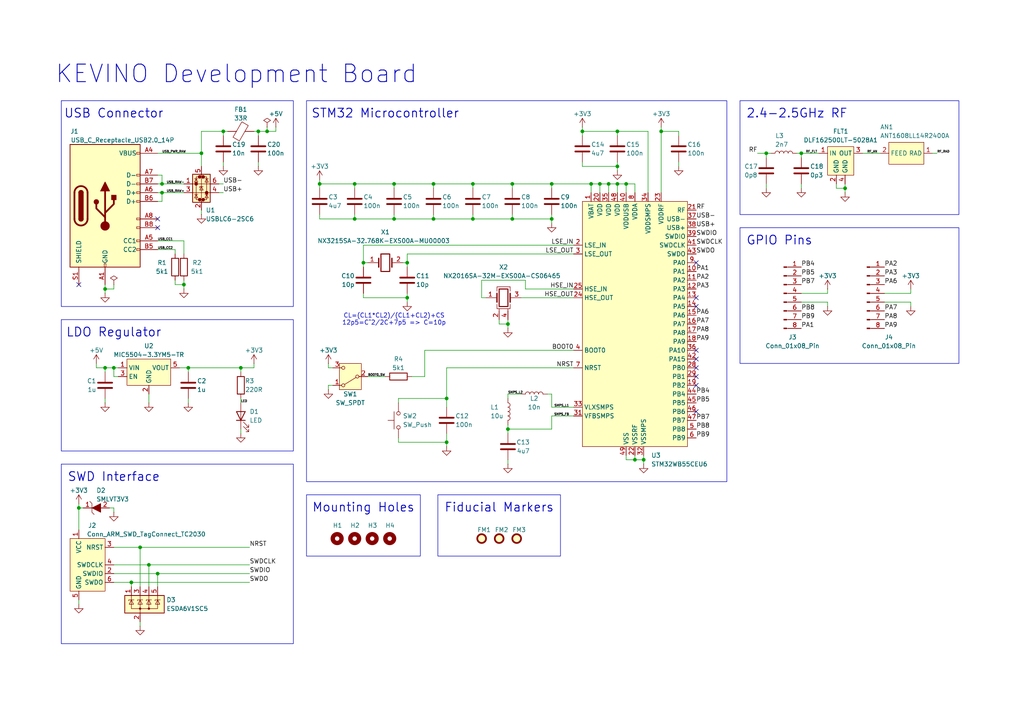
<source format=kicad_sch>
(kicad_sch (version 20231120) (generator "eeschema") (generator_version "8.0")
  (paper "A4")
  (title_block (title "KEVINO") (date "2024-08-15") (rev "0.1"))
  (junction (at 33.02 106.68))
  (junction (at 125.73 53.34))
  (junction (at 38.1 168.91))
  (junction (at 181.61 53.34))
  (junction (at 114.3 53.34))
  (junction (at 40.64 158.75))
  (junction (at 114.3 63.5))
  (junction (at 160.02 63.5))
  (junction (at 43.18 163.83))
  (junction (at 137.16 63.5))
  (junction (at 222.25 44.45))
  (junction (at 64.77 38.1))
  (junction (at 22.86 147.32))
  (junction (at 74.93 38.1))
  (junction (at 148.59 63.5))
  (junction (at 118.11 76.2))
  (junction (at 46.99 53.34))
  (junction (at 58.42 44.45))
  (junction (at 173.99 53.34))
  (junction (at 168.91 38.1))
  (junction (at 102.87 63.5))
  (junction (at 53.34 82.55))
  (junction (at 179.07 53.34))
  (junction (at 102.87 53.34))
  (junction (at 232.41 44.45))
  (junction (at 92.71 53.34))
  (junction (at 160.02 53.34))
  (junction (at 118.11 86.36))
  (junction (at 147.32 124.46))
  (junction (at 245.11 54.61))
  (junction (at 179.07 48.26))
  (junction (at 186.69 133.35))
  (junction (at 191.77 38.1))
  (junction (at 30.48 106.68))
  (junction (at 137.16 53.34))
  (junction (at 30.48 83.82))
  (junction (at 148.59 53.34))
  (junction (at 171.45 53.34))
  (junction (at 69.85 106.68))
  (junction (at 46.99 55.88))
  (junction (at 147.32 93.98))
  (junction (at 45.72 166.37))
  (junction (at 179.07 38.1))
  (junction (at 77.47 38.1))
  (junction (at 184.15 133.35))
  (junction (at 105.41 76.2))
  (junction (at 54.61 106.68))
  (junction (at 129.54 128.27))
  (junction (at 176.53 53.34))
  (junction (at 129.54 115.57))
  (junction (at 125.73 63.5))
  (no_connect (at 201.93 88.9))
  (no_connect (at 201.93 104.14))
  (no_connect (at 201.93 101.6))
  (no_connect (at 201.93 106.68))
  (no_connect (at 201.93 109.22))
  (no_connect (at 45.72 63.5))
  (no_connect (at 45.72 66.04))
  (no_connect (at 201.93 119.38))
  (no_connect (at 201.93 111.76))
  (no_connect (at 22.86 82.55))
  (no_connect (at 201.93 76.2))
  (no_connect (at 201.93 86.36))
  (wire (pts (xy 171.45 53.34) (xy 171.45 55.88)))
  (wire (pts (xy 196.85 38.1) (xy 196.85 39.37)))
  (wire (pts (xy 139.7 86.36) (xy 139.7 81.28)))
  (wire (pts (xy 147.32 124.46) (xy 147.32 125.73)))
  (wire (pts (xy 222.25 44.45) (xy 223.52 44.45)))
  (wire (pts (xy 69.85 106.68) (xy 73.66 106.68)))
  (wire (pts (xy 33.02 83.82) (xy 30.48 83.82)))
  (wire (pts (xy 186.69 132.08) (xy 186.69 133.35)))
  (wire (pts (xy 176.53 53.34) (xy 176.53 55.88)))
  (wire (pts (xy 191.77 38.1) (xy 191.77 55.88)))
  (wire (pts (xy 43.18 114.3) (xy 43.18 116.84)))
  (wire (pts (xy 148.59 63.5) (xy 160.02 63.5)))
  (wire (pts (xy 30.48 107.95) (xy 30.48 106.68)))
  (wire (pts (xy 92.71 63.5) (xy 102.87 63.5)))
  (wire (pts (xy 179.07 46.99) (xy 179.07 48.26)))
  (wire (pts (xy 129.54 115.57) (xy 129.54 118.11)))
  (wire (pts (xy 160.02 118.11) (xy 166.37 118.11)))
  (wire (pts (xy 69.85 106.68) (xy 69.85 107.95)))
  (wire (pts (xy 95.25 106.68) (xy 95.25 105.41)))
  (wire (pts (xy 240.03 85.09) (xy 232.41 85.09)))
  (wire (pts (xy 148.59 53.34) (xy 160.02 53.34)))
  (wire (pts (xy 33.02 106.68) (xy 34.29 106.68)))
  (wire (pts (xy 27.94 105.41) (xy 27.94 106.68)))
  (wire (pts (xy 118.11 73.66) (xy 118.11 76.2)))
  (wire (pts (xy 115.57 115.57) (xy 115.57 116.84)))
  (wire (pts (xy 245.11 53.34) (xy 245.11 54.61)))
  (wire (pts (xy 58.42 48.26) (xy 58.42 44.45)))
  (wire (pts (xy 27.94 106.68) (xy 30.48 106.68)))
  (wire (pts (xy 53.34 82.55) (xy 53.34 83.82)))
  (wire (pts (xy 173.99 53.34) (xy 171.45 53.34)))
  (wire (pts (xy 160.02 63.5) (xy 160.02 64.77)))
  (wire (pts (xy 40.64 180.34) (xy 40.64 181.61)))
  (wire (pts (xy 38.1 168.91) (xy 38.1 170.18)))
  (wire (pts (xy 125.73 53.34) (xy 125.73 54.61)))
  (wire (pts (xy 173.99 53.34) (xy 173.99 55.88)))
  (wire (pts (xy 139.7 81.28) (xy 152.4 81.28)))
  (wire (pts (xy 43.18 163.83) (xy 43.18 170.18)))
  (wire (pts (xy 191.77 38.1) (xy 196.85 38.1)))
  (wire (pts (xy 179.07 49.53) (xy 179.07 48.26)))
  (wire (pts (xy 54.61 106.68) (xy 52.07 106.68)))
  (wire (pts (xy 50.8 82.55) (xy 53.34 82.55)))
  (wire (pts (xy 40.64 158.75) (xy 72.39 158.75)))
  (wire (pts (xy 114.3 53.34) (xy 114.3 54.61)))
  (wire (pts (xy 147.32 93.98) (xy 147.32 95.25)))
  (wire (pts (xy 264.16 83.82) (xy 264.16 85.09)))
  (wire (pts (xy 102.87 53.34) (xy 102.87 54.61)))
  (wire (pts (xy 160.02 53.34) (xy 171.45 53.34)))
  (wire (pts (xy 264.16 87.63) (xy 256.54 87.63)))
  (wire (pts (xy 191.77 36.83) (xy 191.77 38.1)))
  (wire (pts (xy 125.73 62.23) (xy 125.73 63.5)))
  (wire (pts (xy 137.16 63.5) (xy 148.59 63.5)))
  (wire (pts (xy 147.32 114.3) (xy 151.13 114.3)))
  (wire (pts (xy 168.91 38.1) (xy 179.07 38.1)))
  (wire (pts (xy 96.52 106.68) (xy 95.25 106.68)))
  (wire (pts (xy 222.25 44.45) (xy 222.25 45.72)))
  (wire (pts (xy 245.11 54.61) (xy 245.11 55.88)))
  (wire (pts (xy 129.54 115.57) (xy 129.54 106.68)))
  (wire (pts (xy 92.71 53.34) (xy 92.71 52.07)))
  (wire (pts (xy 184.15 132.08) (xy 184.15 133.35)))
  (wire (pts (xy 77.47 36.83) (xy 77.47 38.1)))
  (wire (pts (xy 232.41 44.45) (xy 231.14 44.45)))
  (wire (pts (xy 96.52 111.76) (xy 95.25 111.76)))
  (wire (pts (xy 114.3 53.34) (xy 125.73 53.34)))
  (wire (pts (xy 46.99 58.42) (xy 45.72 58.42)))
  (wire (pts (xy 102.87 53.34) (xy 114.3 53.34)))
  (wire (pts (xy 184.15 53.34) (xy 181.61 53.34)))
  (wire (pts (xy 64.77 53.34) (xy 63.5 53.34)))
  (wire (pts (xy 33.02 168.91) (xy 38.1 168.91)))
  (wire (pts (xy 102.87 63.5) (xy 114.3 63.5)))
  (wire (pts (xy 64.77 46.99) (xy 64.77 48.26)))
  (wire (pts (xy 240.03 87.63) (xy 240.03 88.9)))
  (wire (pts (xy 46.99 53.34) (xy 53.34 53.34)))
  (wire (pts (xy 69.85 124.46) (xy 69.85 125.73)))
  (wire (pts (xy 179.07 38.1) (xy 179.07 39.37)))
  (wire (pts (xy 179.07 38.1) (xy 187.96 38.1)))
  (wire (pts (xy 58.42 38.1) (xy 58.42 44.45)))
  (wire (pts (xy 92.71 53.34) (xy 102.87 53.34)))
  (wire (pts (xy 123.19 109.22) (xy 123.19 101.6)))
  (wire (pts (xy 118.11 76.2) (xy 118.11 77.47)))
  (wire (pts (xy 45.72 55.88) (xy 46.99 55.88)))
  (wire (pts (xy 46.99 55.88) (xy 53.34 55.88)))
  (wire (pts (xy 147.32 133.35) (xy 147.32 134.62)))
  (wire (pts (xy 64.77 55.88) (xy 63.5 55.88)))
  (wire (pts (xy 147.32 114.3) (xy 147.32 115.57)))
  (wire (pts (xy 74.93 38.1) (xy 74.93 39.37)))
  (wire (pts (xy 30.48 115.57) (xy 30.48 116.84)))
  (wire (pts (xy 240.03 87.63) (xy 232.41 87.63)))
  (wire (pts (xy 118.11 85.09) (xy 118.11 86.36)))
  (wire (pts (xy 232.41 44.45) (xy 237.49 44.45)))
  (wire (pts (xy 77.47 38.1) (xy 80.01 38.1)))
  (wire (pts (xy 176.53 53.34) (xy 173.99 53.34)))
  (wire (pts (xy 46.99 50.8) (xy 45.72 50.8)))
  (wire (pts (xy 30.48 82.55) (xy 30.48 83.82)))
  (wire (pts (xy 137.16 53.34) (xy 137.16 54.61)))
  (wire (pts (xy 45.72 72.39) (xy 50.8 72.39)))
  (wire (pts (xy 105.41 76.2) (xy 105.41 77.47)))
  (wire (pts (xy 45.72 166.37) (xy 45.72 170.18)))
  (wire (pts (xy 53.34 82.55) (xy 53.34 81.28)))
  (wire (pts (xy 69.85 115.57) (xy 69.85 116.84)))
  (wire (pts (xy 33.02 163.83) (xy 43.18 163.83)))
  (wire (pts (xy 92.71 53.34) (xy 92.71 54.61)))
  (wire (pts (xy 147.32 92.71) (xy 147.32 93.98)))
  (wire (pts (xy 160.02 54.61) (xy 160.02 53.34)))
  (wire (pts (xy 105.41 85.09) (xy 105.41 86.36)))
  (wire (pts (xy 129.54 106.68) (xy 166.37 106.68)))
  (wire (pts (xy 102.87 62.23) (xy 102.87 63.5)))
  (wire (pts (xy 22.86 146.05) (xy 22.86 147.32)))
  (wire (pts (xy 46.99 55.88) (xy 46.99 58.42)))
  (wire (pts (xy 181.61 53.34) (xy 181.61 55.88)))
  (wire (pts (xy 54.61 115.57) (xy 54.61 116.84)))
  (wire (pts (xy 38.1 168.91) (xy 72.39 168.91)))
  (wire (pts (xy 115.57 115.57) (xy 129.54 115.57)))
  (wire (pts (xy 137.16 53.34) (xy 148.59 53.34)))
  (wire (pts (xy 168.91 38.1) (xy 168.91 39.37)))
  (wire (pts (xy 168.91 48.26) (xy 179.07 48.26)))
  (wire (pts (xy 147.32 123.19) (xy 147.32 124.46)))
  (wire (pts (xy 160.02 114.3) (xy 160.02 118.11)))
  (wire (pts (xy 33.02 166.37) (xy 45.72 166.37)))
  (wire (pts (xy 240.03 83.82) (xy 240.03 85.09)))
  (wire (pts (xy 54.61 106.68) (xy 69.85 106.68)))
  (wire (pts (xy 73.66 38.1) (xy 74.93 38.1)))
  (wire (pts (xy 105.41 86.36) (xy 118.11 86.36)))
  (wire (pts (xy 45.72 166.37) (xy 72.39 166.37)))
  (wire (pts (xy 54.61 107.95) (xy 54.61 106.68)))
  (wire (pts (xy 129.54 128.27) (xy 129.54 125.73)))
  (wire (pts (xy 125.73 53.34) (xy 137.16 53.34)))
  (wire (pts (xy 160.02 114.3) (xy 158.75 114.3)))
  (wire (pts (xy 219.71 44.45) (xy 222.25 44.45)))
  (wire (pts (xy 46.99 53.34) (xy 46.99 50.8)))
  (wire (pts (xy 151.13 86.36) (xy 166.37 86.36)))
  (wire (pts (xy 140.97 86.36) (xy 139.7 86.36)))
  (wire (pts (xy 34.29 109.22) (xy 33.02 109.22)))
  (wire (pts (xy 129.54 128.27) (xy 129.54 129.54)))
  (wire (pts (xy 74.93 38.1) (xy 77.47 38.1)))
  (wire (pts (xy 53.34 69.85) (xy 53.34 73.66)))
  (wire (pts (xy 33.02 158.75) (xy 40.64 158.75)))
  (wire (pts (xy 43.18 163.83) (xy 72.39 163.83)))
  (wire (pts (xy 31.75 147.32) (xy 33.02 147.32)))
  (wire (pts (xy 114.3 62.23) (xy 114.3 63.5)))
  (wire (pts (xy 179.07 53.34) (xy 179.07 55.88)))
  (wire (pts (xy 73.66 106.68) (xy 73.66 105.41)))
  (wire (pts (xy 45.72 69.85) (xy 53.34 69.85)))
  (wire (pts (xy 119.38 109.22) (xy 123.19 109.22)))
  (wire (pts (xy 64.77 38.1) (xy 66.04 38.1)))
  (wire (pts (xy 232.41 53.34) (xy 232.41 54.61)))
  (wire (pts (xy 92.71 62.23) (xy 92.71 63.5)))
  (wire (pts (xy 116.84 76.2) (xy 118.11 76.2)))
  (wire (pts (xy 264.16 87.63) (xy 264.16 88.9)))
  (wire (pts (xy 58.42 38.1) (xy 64.77 38.1)))
  (wire (pts (xy 148.59 53.34) (xy 148.59 54.61)))
  (wire (pts (xy 181.61 133.35) (xy 184.15 133.35)))
  (wire (pts (xy 115.57 127) (xy 115.57 128.27)))
  (wire (pts (xy 271.78 44.45) (xy 270.51 44.45)))
  (wire (pts (xy 168.91 36.83) (xy 168.91 38.1)))
  (wire (pts (xy 186.69 133.35) (xy 186.69 134.62)))
  (wire (pts (xy 118.11 86.36) (xy 118.11 87.63)))
  (wire (pts (xy 184.15 133.35) (xy 186.69 133.35)))
  (wire (pts (xy 105.41 71.12) (xy 105.41 76.2)))
  (wire (pts (xy 105.41 71.12) (xy 166.37 71.12)))
  (wire (pts (xy 181.61 53.34) (xy 179.07 53.34)))
  (wire (pts (xy 168.91 46.99) (xy 168.91 48.26)))
  (wire (pts (xy 22.86 147.32) (xy 24.13 147.32)))
  (wire (pts (xy 45.72 44.45) (xy 58.42 44.45)))
  (wire (pts (xy 114.3 63.5) (xy 125.73 63.5)))
  (wire (pts (xy 33.02 82.55) (xy 33.02 83.82)))
  (wire (pts (xy 95.25 111.76) (xy 95.25 113.03)))
  (wire (pts (xy 45.72 53.34) (xy 46.99 53.34)))
  (wire (pts (xy 33.02 147.32) (xy 33.02 148.59)))
  (wire (pts (xy 30.48 83.82) (xy 30.48 85.09)))
  (wire (pts (xy 160.02 120.65) (xy 166.37 120.65)))
  (wire (pts (xy 137.16 62.23) (xy 137.16 63.5)))
  (wire (pts (xy 144.78 93.98) (xy 147.32 93.98)))
  (wire (pts (xy 30.48 106.68) (xy 33.02 106.68)))
  (wire (pts (xy 187.96 55.88) (xy 187.96 38.1)))
  (wire (pts (xy 147.32 124.46) (xy 160.02 124.46)))
  (wire (pts (xy 264.16 85.09) (xy 256.54 85.09)))
  (wire (pts (xy 22.86 147.32) (xy 22.86 153.67)))
  (wire (pts (xy 106.68 109.22) (xy 111.76 109.22)))
  (wire (pts (xy 105.41 76.2) (xy 106.68 76.2)))
  (wire (pts (xy 160.02 124.46) (xy 160.02 120.65)))
  (wire (pts (xy 144.78 92.71) (xy 144.78 93.98)))
  (wire (pts (xy 22.86 173.99) (xy 22.86 175.26)))
  (wire (pts (xy 74.93 46.99) (xy 74.93 48.26)))
  (wire (pts (xy 222.25 53.34) (xy 222.25 54.61)))
  (wire (pts (xy 196.85 46.99) (xy 196.85 48.26)))
  (wire (pts (xy 33.02 109.22) (xy 33.02 106.68)))
  (wire (pts (xy 40.64 158.75) (xy 40.64 170.18)))
  (wire (pts (xy 50.8 72.39) (xy 50.8 73.66)))
  (wire (pts (xy 152.4 83.82) (xy 166.37 83.82)))
  (wire (pts (xy 160.02 62.23) (xy 160.02 63.5)))
  (wire (pts (xy 181.61 132.08) (xy 181.61 133.35)))
  (wire (pts (xy 58.42 60.96) (xy 58.42 62.23)))
  (wire (pts (xy 115.57 128.27) (xy 129.54 128.27)))
  (wire (pts (xy 125.73 63.5) (xy 137.16 63.5)))
  (wire (pts (xy 50.8 81.28) (xy 50.8 82.55)))
  (wire (pts (xy 152.4 81.28) (xy 152.4 83.82)))
  (wire (pts (xy 64.77 38.1) (xy 64.77 39.37)))
  (wire (pts (xy 250.19 44.45) (xy 255.27 44.45)))
  (wire (pts (xy 242.57 53.34) (xy 242.57 54.61)))
  (wire (pts (xy 123.19 101.6) (xy 166.37 101.6)))
  (wire (pts (xy 232.41 44.45) (xy 232.41 45.72)))
  (wire (pts (xy 80.01 36.83) (xy 80.01 38.1)))
  (wire (pts (xy 242.57 54.61) (xy 245.11 54.61)))
  (wire (pts (xy 179.07 53.34) (xy 176.53 53.34)))
  (wire (pts (xy 148.59 62.23) (xy 148.59 63.5)))
  (wire (pts (xy 184.15 55.88) (xy 184.15 53.34)))
  (wire (pts (xy 118.11 73.66) (xy 166.37 73.66)))
  (rectangle (start 17.78 29.21) (end 85.09 88.9))
  (rectangle (start 214.63 66.04) (end 278.13 105.41))
  (rectangle (start 214.63 29.21) (end 278.13 62.23))
  (rectangle (start 127 143.51) (end 162.56 161.29))
  (rectangle (start 88.9 29.21) (end 210.82 139.7))
  (rectangle (start 17.78 92.71) (end 85.09 130.81))
  (rectangle (start 88.9 143.51) (end 121.92 161.29))
  (rectangle (start 17.78 134.62) (end 85.09 186.69))
  (text "KEVINO Development Board" (at 68.58 21.59 0) (effects (font (size 5.08 5.08) (thickness 0.254) (bold yes))))
  (text "2.4-2.5GHz RF\n" (at 231.14 33.02 0) (effects (font (size 2.54 2.54) (thickness 0.254) (bold yes))))
  (text "USB Connector" (at 33.02 33.02 0) (effects (font (size 2.54 2.54) (thickness 0.254) (bold yes))))
  (text "GPIO Pins" (at 226.06 69.85 0) (effects (font (size 2.54 2.54) (thickness 0.254) (bold yes))))
  (text "LDO Regulator" (at 33.02 96.52 0) (effects (font (size 2.54 2.54) (thickness 0.254) (bold yes))))
  (text "CL=(CL1*CL2)/(CL1+CL2)+CS\n12p5=C^2/2C+7p5 => C=10p" (at 114.3 92.71 0) (effects (font (size 1.27 1.27))))
  (text "Fiducial Markers" (at 144.78 147.32 0) (effects (font (size 2.54 2.54) (thickness 0.254) (bold yes))))
  (text "SWD Interface" (at 33.02 138.43 0) (effects (font (size 2.54 2.54) (thickness 0.254) (bold yes))))
  (text "STM32 Microcontroller" (at 111.76 33.02 0) (effects (font (size 2.54 2.54) (thickness 0.254) (bold yes))))
  (text "Mounting Holes" (at 105.41 147.32 0) (effects (font (size 2.54 2.54) (thickness 0.254) (bold yes))))
  (label "SWDO" (at 201.93 73.66 0))
  (label "PA3" (at 201.93 83.82 0))
  (label "SWDIO" (at 72.39 166.37 0))
  (label "USB+" (at 64.77 55.88 0))
  (label "BOOT0" (at 166.37 101.6 180))
  (label "USB_PWR_RAW" (at 46.99 44.45 0) (effects (font (size 0.635 0.635))))
  (label "PA8" (at 201.93 96.52 0))
  (label "PA9" (at 256.54 95.25 0))
  (label "USB+" (at 201.93 66.04 0))
  (label "USB_CC2" (at 45.72 72.39 0) (effects (font (size 0.635 0.635))))
  (label "PA7" (at 201.93 93.98 0))
  (label "BOOT0_SW" (at 106.68 109.22 0) (effects (font (size 0.635 0.635))))
  (label "PA3" (at 256.54 80.01 0))
  (label "HSE_OUT" (at 166.37 86.36 180))
  (label "RF_AN" (at 251.46 44.45 0) (effects (font (size 0.635 0.635))))
  (label "PA1" (at 201.93 78.74 0))
  (label "PA6" (at 201.93 91.44 0))
  (label "SWDO" (at 72.39 168.91 0))
  (label "PA2" (at 201.93 81.28 0))
  (label "SMPS_L2" (at 147.32 114.3 0) (effects (font (size 0.635 0.635))))
  (label "PA2" (at 256.54 77.47 0))
  (label "PA6" (at 256.54 82.55 0))
  (label "PB9" (at 232.41 92.71 0))
  (label "PA1" (at 232.41 95.25 0))
  (label "SMPS_FB" (at 165.1 120.65 180) (effects (font (size 0.635 0.635))))
  (label "PB4" (at 201.93 114.3 0))
  (label "SWDIO" (at 201.93 68.58 0))
  (label "HSE_IN" (at 166.37 83.82 180))
  (label "PB5" (at 232.41 80.01 0))
  (label "PA9" (at 201.93 99.06 0))
  (label "USB-" (at 64.77 53.34 0))
  (label "PB9" (at 201.93 127 0))
  (label "USB_RAW+" (at 48.26 55.88 0) (effects (font (size 0.635 0.635))))
  (label "PB8" (at 232.41 90.17 0))
  (label "PB7" (at 232.41 82.55 0))
  (label "USB_RAW-" (at 48.26 53.34 0) (effects (font (size 0.635 0.635))))
  (label "USB-" (at 201.93 63.5 0))
  (label "PB7" (at 201.93 121.92 0))
  (label "SWDCLK" (at 72.39 163.83 0))
  (label "USB_CC1" (at 45.72 69.85 0) (effects (font (size 0.635 0.635))))
  (label "PB5" (at 201.93 116.84 0))
  (label "SWDCLK" (at 201.93 71.12 0))
  (label "PA8" (at 256.54 92.71 0))
  (label "NRST" (at 72.39 158.75 0))
  (label "NRST" (at 166.37 106.68 180))
  (label "LSE_IN" (at 166.37 71.12 180))
  (label "LSE_OUT" (at 166.37 73.66 180))
  (label "RF_RAD" (at 271.78 44.45 0) (effects (font (size 0.635 0.635))))
  (label "LED" (at 69.85 116.84 0) (effects (font (size 0.635 0.635))))
  (label "RF_FLT" (at 233.68 44.45 0) (effects (font (size 0.635 0.635))))
  (label "RF" (at 201.93 60.96 0))
  (label "PA7" (at 256.54 90.17 0))
  (label "PB8" (at 201.93 124.46 0))
  (label "RF" (at 219.71 44.45 180))
  (label "PB4" (at 232.41 77.47 0))
  (label "SMPS_L1" (at 165.1 118.11 180) (effects (font (size 0.635 0.635))))
  (symbol (lib_id "Connector:Conn_01x08_Pin") (at 227.33 85.09 0) (unit 1)
    (property "Reference" "J3" (at 229.87 97.79 0))
    (property "Value" "Conn_01x08_Pin" (at 229.87 100.33 0))
    (property "Footprint" "Connector_PinHeader_2.54mm:PinHeader_1x08_P2.54mm_Vertical" (effects (hide yes)))
    (property "Description" "Generic connector, single row, 01x08, script generated" (effects (hide yes)))
    (property "Distributor Link" "https://www.mouser.com/ProductDetail/Molex/22-28-8082?qs=k9kYHbov5vXoBQqIHL%2FGKA%3D%3D" (effects (hide yes)))
    (property "Manufacturer" "Molex" (effects (hide yes)))
    (property "Manufacturer Part Number" "22-28-8082" (effects (hide yes)))
  )
  (symbol (lib_id "Device:R") (at 69.85 111.76 0) (unit 1)
    (property "Reference" "R3" (at 72.39 110.49 0))
    (property "Value" "220R" (at 73.66 113.03 0))
    (property "Footprint" "Resistor_SMD:R_0402_1005Metric" (effects (hide yes)))
    (property "Description" "Resistor" (effects (hide yes)))
    (property "Manufacturer Part Number" "RC0402FR-07221RL" (effects (hide yes)))
    (property "Distributor Link" "https://www.mouser.com/ProductDetail/YAGEO/RC0402FR-07221RL?qs=YDy31nmf64y04UoKIvC83Q%3D%3D" (effects (hide yes)))
    (property "Manufacturer" "YAGEO" (effects (hide yes)))
  )
  (symbol (lib_id "power:+3V3") (at 240.03 83.82 0) (unit 1)
    (property "Reference" "#PWR028" (effects (hide yes)))
    (property "Value" "+3V3" (at 240.03 80.01 0))
    (property "Description" "Power symbol creates a global label with name \"+3V3\"" (effects (hide yes)))
  )
  (symbol (lib_id "Device:C") (at 129.54 121.92 0) (unit 1)
    (property "Reference" "C12" (at 132.08 120.65 0) (effects (justify left)))
    (property "Value" "100n" (at 132.08 123.19 0) (effects (justify left)))
    (property "Footprint" "Capacitor_SMD:C_0402_1005Metric" (effects (hide yes)))
    (property "Description" "Unpolarized capacitor" (effects (hide yes)))
    (property "Manufacturer Part Number" "04023C104KAT2A" (effects (hide yes)))
    (property "Distributor Link" "https://www.mouser.com/ProductDetail/KYOCERA-AVX/04023C104KAT2A?qs=nNezP%252BoerbAsgsxxIAjFOw%3D%3D" (effects (hide yes)))
    (property "Manufacturer" "KYOCERA AVX" (effects (hide yes)))
  )
  (symbol (lib_id "Device:L") (at 227.33 44.45 90) (unit 1)
    (property "Reference" "L3" (at 227.33 39.37 90) (effects (justify left)))
    (property "Value" "2n7" (at 228.6 41.91 90) (effects (justify left)))
    (property "Footprint" "Inductor_SMD:L_0402_1005Metric" (effects (hide yes)))
    (property "Description" "Inductor" (effects (hide yes)))
    (property "Manufacturer" "Murata" (effects (hide yes)))
    (property "Manufacturer Part Number" "LQG15HS2N7S02D" (effects (hide yes)))
    (property "Distributor Link" "https://www.mouser.com/ProductDetail/Murata-Electronics/LQG15HS2N7S02D?qs=ctz47l0uL1AKrLI74yO5Qw%3D%3D" (effects (hide yes)))
  )
  (symbol (lib_id "Device:C") (at 74.93 43.18 0) (unit 1)
    (property "Reference" "C20" (at 77.47 41.91 0) (effects (justify left)))
    (property "Value" "100n" (at 77.47 44.45 0) (effects (justify left)))
    (property "Footprint" "Capacitor_SMD:C_0402_1005Metric" (effects (hide yes)))
    (property "Description" "Unpolarized capacitor" (effects (hide yes)))
    (property "Manufacturer Part Number" "04023C104KAT2A" (effects (hide yes)))
    (property "Distributor Link" "https://www.mouser.com/ProductDetail/KYOCERA-AVX/04023C104KAT2A?qs=nNezP%252BoerbAsgsxxIAjFOw%3D%3D" (effects (hide yes)))
    (property "Manufacturer" "KYOCERA AVX" (effects (hide yes)))
  )
  (symbol (lib_id "power:+3V3") (at 191.77 36.83 0) (unit 1)
    (property "Reference" "#PWR026" (effects (hide yes)))
    (property "Value" "+3V3" (at 191.77 33.02 0))
    (property "Description" "Power symbol creates a global label with name \"+3V3\"" (effects (hide yes)))
  )
  (symbol (lib_id "power:GND") (at 240.03 88.9 0) (unit 1)
    (property "Reference" "#PWR029" (effects (hide yes)))
    (property "Value" "GND" (effects (hide yes)))
    (property "Description" "Power symbol creates a global label with name \"GND\" , ground" (effects (hide yes)))
  )
  (symbol (lib_id "lib:SMLVT3V3") (at 27.94 147.32 0) (unit 1)
    (property "Reference" "D2" (at 27.94 142.24 0) (effects (justify left)))
    (property "Value" "SMLVT3V3" (at 27.94 144.78 0) (effects (justify left)))
    (property "Footprint" "lib:SMLVT3V3" (effects (hide yes)))
    (property "Datasheet" "https://www.mouser.com/datasheet/2/389/smlvt3v3-1850116.pdf" (effects (hide yes)))
    (property "Description" "ESD Protection Diodes / TVS Diodes 600W 3.3V Unidirect " (effects (hide yes)))
    (property "Manufacturer" "STMicroelectronics" (effects (hide yes)))
    (property "Distributor Link" "https://www.mouser.com/ProductDetail/STMicroelectronics/SMLVT3V3?qs=sepekKm5O7kuWZ9%252BIWQuxQ%3D%3D" (effects (hide yes)))
    (property "Manufacturer Part Number" "SMLVT3V3" (effects (hide yes)))
  )
  (symbol (lib_id "Device:C") (at 137.16 58.42 0) (unit 1)
    (property "Reference" "C7" (at 139.7 57.15 0) (effects (justify left)))
    (property "Value" "100n" (at 139.7 59.69 0) (effects (justify left)))
    (property "Footprint" "Capacitor_SMD:C_0402_1005Metric" (effects (hide yes)))
    (property "Description" "Unpolarized capacitor" (effects (hide yes)))
    (property "Manufacturer Part Number" "04023C104KAT2A" (effects (hide yes)))
    (property "Distributor Link" "https://www.mouser.com/ProductDetail/KYOCERA-AVX/04023C104KAT2A?qs=nNezP%252BoerbAsgsxxIAjFOw%3D%3D" (effects (hide yes)))
    (property "Manufacturer" "KYOCERA AVX" (effects (hide yes)))
  )
  (symbol (lib_id "Mechanical:Fiducial") (at 144.78 156.21 0) (unit 1) (exclude_from_sim yes) (in_bom no)
    (property "Reference" "FM2" (at 143.51 153.67 0) (effects (justify left)))
    (property "Value" "Fiducial" (effects (hide yes)))
    (property "Footprint" "Fiducial:Fiducial_1mm_Mask2mm" (effects (hide yes)))
    (property "Description" "Fiducial Marker" (effects (hide yes)))
  )
  (symbol (lib_id "Device:L") (at 147.32 119.38 0) (unit 1)
    (property "Reference" "L1" (at 142.24 118.11 0) (effects (justify left)))
    (property "Value" "10u" (at 142.24 120.65 0) (effects (justify left)))
    (property "Footprint" "Inductor_SMD:L_0805_2012Metric" (effects (hide yes)))
    (property "Description" "Inductor" (effects (hide yes)))
    (property "Manufacturer" "Murata" (effects (hide yes)))
    (property "Manufacturer Part Number" "LQM21FN100M70L" (effects (hide yes)))
    (property "Distributor Link" "https://www.mouser.com/ProductDetail/Murata-Electronics/LQM21DH100M70L?qs=17u8i%2FzlE8%252Ba3UoYPUWcpQ%3D%3D&utm_id=20522222051&gad_source=1&gclid=Cj0KCQjwiOy1BhDCARIsADGvQnCB6Xot1QptuAGs2IdM6BUYWHnCsG7VTgyK2tG2MfBgmofVujYO7MsaApWBEALw_wcB" (effects (hide yes)))
  )
  (symbol (lib_id "Device:C") (at 54.61 111.76 0) (unit 1)
    (property "Reference" "C2" (at 57.15 110.49 0) (effects (justify left)))
    (property "Value" "1u" (at 57.15 113.03 0) (effects (justify left)))
    (property "Footprint" "Capacitor_SMD:C_0603_1608Metric" (effects (hide yes)))
    (property "Description" "Unpolarized capacitor" (effects (hide yes)))
    (property "Manufacturer Part Number" "0603ZD105KAT2A" (effects (hide yes)))
    (property "Distributor Link" "https://www.mouser.com/ProductDetail/KYOCERA-AVX/0603ZD105KAT2A?qs=9PmLU43%252BWwW9M7%2FQGmdczg%3D%3D" (effects (hide yes)))
    (property "Manufacturer" "KYOCERA AVX" (effects (hide yes)))
  )
  (symbol (lib_id "lib:NX2016SA") (at 146.05 86.36 0) (unit 1)
    (property "Reference" "X2" (at 146.05 77.47 0))
    (property "Value" "NX2016SA-32M-EXS00A-CS06465 " (at 146.05 80.01 0))
    (property "Footprint" "Crystal:Crystal_SMD_2016-4Pin_2.0x1.6mm" (effects (hide yes)))
    (property "Datasheet" "https://www.mouser.com/datasheet/2/905/ndk_08142018_NX2016SA-32M-EXS00A-CS06465_SS-1389053.pdf" (effects (hide yes)))
    (property "Description" "Crystals CRYSTAL 32MHZ 10PF SMD " (effects (hide yes)))
    (property "Manufacturer" "NDK" (effects (hide yes)))
    (property "Distributor Link" "https://www.mouser.com/ProductDetail/NDK/NX2016SA-32M-EXS00A-CS06465?qs=w%2Fv1CP2dgqr82b0JjRnv4A%3D%3D" (effects (hide yes)))
    (property "Manufacturer Part Number" "NX2016SA-32M-EXS00A-CS06465 " (effects (hide yes)))
  )
  (symbol (lib_id "power:PWR_FLAG") (at 33.02 82.55 0) (unit 1)
    (property "Reference" "#FLG01" (effects (hide yes)))
    (property "Value" "PWR_FLAG" (effects (hide yes)))
    (property "Description" "Special symbol for telling ERC where power comes from" (effects (hide yes)))
  )
  (symbol (lib_id "power:PWR_FLAG") (at 77.47 36.83 0) (unit 1)
    (property "Reference" "#FLG02" (effects (hide yes)))
    (property "Value" "PWR_FLAG" (effects (hide yes)))
    (property "Description" "Special symbol for telling ERC where power comes from" (effects (hide yes)))
  )
  (symbol (lib_id "power:GND") (at 129.54 129.54 0) (unit 1)
    (property "Reference" "#PWR019" (effects (hide yes)))
    (property "Value" "GND" (effects (hide yes)))
    (property "Description" "Power symbol creates a global label with name \"GND\" , ground" (effects (hide yes)))
  )
  (symbol (lib_id "lib:DLF162500LT-5028A") (at 243.84 46.99 0) (unit 1)
    (property "Reference" "FLT1" (at 243.84 38.1 0))
    (property "Value" "DLF162500LT-5028A1" (at 243.84 40.64 0))
    (property "Footprint" "lib:DLF162500LT-5028A1" (effects (hide yes)))
    (property "Datasheet" "https://product.tdk.com/system/files/dam/doc/product/rf/rf/filter/catalog/rf_lpf_dlf162500lt-5028a1_en.pdf" (effects (hide yes)))
    (property "Description" "Signal Conditioning LTCC LOW PASS FLTR 2400-2500MHz" (effects (hide yes)))
    (property "Manufacturer" "TDK" (effects (hide yes)))
    (property "Distributor Link" "https://www.mouser.com/ProductDetail/TDK/DLF162500LT-5028A1?qs=U%2FZX79kHR%2FlwIbAISCs3qA%3D%3D" (effects (hide yes)))
    (property "Manufacturer Part Number" "DLF162500LT-5028A1" (effects (hide yes)))
  )
  (symbol (lib_id "Connector:USB_C_Receptacle_USB2.0_14P") (at 30.48 59.69 0) (unit 1)
    (property "Reference" "J1" (at 21.59 38.1 0))
    (property "Value" "USB_C_Receptacle_USB2.0_14P" (at 35.56 40.64 0))
    (property "Footprint" "Connector_USB:USB_C_Receptacle_GCT_USB4105-xx-A_16P_TopMnt_Horizontal" (effects (hide yes)))
    (property "Datasheet" "https://www.usb.org/sites/default/files/documents/usb_type-c.zip" (effects (hide yes)))
    (property "Description" "USB 2.0-only 14P Type-C Receptacle connector" (effects (hide yes)))
    (property "Manufacturer Part Number" "USB4105-GF-A" (effects (hide yes)))
    (property "Distributor Link" "https://www.mouser.com/ProductDetail/GCT/USB4105-GF-A?qs=KUoIvG%2F9IlY%2FMLlBMpStpA%3D%3D" (effects (hide yes)))
    (property "Manufacturer" "GCT" (effects (hide yes)))
  )
  (symbol (lib_id "power:GND") (at 30.48 85.09 0) (unit 1)
    (property "Reference" "#PWR05" (effects (hide yes)))
    (property "Value" "GND" (effects (hide yes)))
    (property "Description" "Power symbol creates a global label with name \"GND\" , ground" (effects (hide yes)))
  )
  (symbol (lib_id "Device:C") (at 232.41 49.53 0) (unit 1)
    (property "Reference" "C18" (at 234.95 48.26 0) (effects (justify left)))
    (property "Value" "0p3" (at 234.95 50.8 0) (effects (justify left)))
    (property "Footprint" "Capacitor_SMD:C_0402_1005Metric" (effects (hide yes)))
    (property "Description" "Unpolarized capacitor" (effects (hide yes)))
    (property "Manufacturer Part Number" "GRM1555C1HR30WA01D" (effects (hide yes)))
    (property "Distributor Link" "https://www.mouser.com/ProductDetail/Murata-Electronics/GRM1555C1HR30WA01D?qs=e%252BE4OD6MgMcS%252BbE0ktTutg%3D%3D" (effects (hide yes)))
    (property "Manufacturer" "Murata" (effects (hide yes)))
  )
  (symbol (lib_id "Device:R") (at 115.57 109.22 90) (unit 1)
    (property "Reference" "R4" (at 115.57 104.14 90))
    (property "Value" "5k1" (at 115.57 106.68 90))
    (property "Footprint" "Resistor_SMD:R_0402_1005Metric" (effects (hide yes)))
    (property "Description" "Resistor" (effects (hide yes)))
    (property "Manufacturer Part Number" "RC0603FR-075K1L " (effects (hide yes)))
    (property "Distributor Link" "https://www.mouser.com/ProductDetail/YAGEO/RC0603FR-075K1L?qs=sGAEpiMZZMukHu%252BjC5l7YfGIerj%2FLQjmNxxJv1i4hYs%3D" (effects (hide yes)))
    (property "Manufacturer" "YAGEO" (effects (hide yes)))
  )
  (symbol (lib_id "Device:C") (at 179.07 43.18 0) (unit 1)
    (property "Reference" "C15" (at 181.61 41.91 0) (effects (justify left)))
    (property "Value" "100n" (at 181.61 44.45 0) (effects (justify left)))
    (property "Footprint" "Capacitor_SMD:C_0402_1005Metric" (effects (hide yes)))
    (property "Description" "Unpolarized capacitor" (effects (hide yes)))
    (property "Manufacturer Part Number" "04023C104KAT2A" (effects (hide yes)))
    (property "Distributor Link" "https://www.mouser.com/ProductDetail/KYOCERA-AVX/04023C104KAT2A?qs=nNezP%252BoerbAsgsxxIAjFOw%3D%3D" (effects (hide yes)))
    (property "Manufacturer" "KYOCERA AVX" (effects (hide yes)))
  )
  (symbol (lib_id "power:+3V3") (at 264.16 83.82 0) (unit 1)
    (property "Reference" "#PWR032" (effects (hide yes)))
    (property "Value" "+3V3" (at 264.16 80.01 0))
    (property "Description" "Power symbol creates a global label with name \"+3V3\"" (effects (hide yes)))
  )
  (symbol (lib_id "Mechanical:MountingHole") (at 113.03 156.21 0) (unit 1) (exclude_from_sim yes) (in_bom no)
    (property "Reference" "H4" (at 111.76 152.4 0) (effects (justify left)))
    (property "Value" "MountingHole" (effects (hide yes)))
    (property "Footprint" "MountingHole:MountingHole_2.2mm_M2_DIN965_Pad" (effects (hide yes)))
    (property "Description" "Mounting Hole without connection" (effects (hide yes)))
  )
  (symbol (lib_id "power:GND") (at 160.02 64.77 0) (unit 1)
    (property "Reference" "#PWR022" (effects (hide yes)))
    (property "Value" "GND" (effects (hide yes)))
    (property "Description" "Power symbol creates a global label with name \"GND\" , ground" (effects (hide yes)))
  )
  (symbol (lib_id "power:GND") (at 95.25 113.03 0) (unit 1)
    (property "Reference" "#PWR017" (effects (hide yes)))
    (property "Value" "GND" (effects (hide yes)))
    (property "Description" "Power symbol creates a global label with name \"GND\" , ground" (effects (hide yes)))
  )
  (symbol (lib_id "power:GND") (at 40.64 181.61 0) (unit 1)
    (property "Reference" "#PWR08" (effects (hide yes)))
    (property "Value" "GND" (effects (hide yes)))
    (property "Description" "Power symbol creates a global label with name \"GND\" , ground" (effects (hide yes)))
  )
  (symbol (lib_id "Device:C") (at 125.73 58.42 0) (unit 1)
    (property "Reference" "C6" (at 128.27 57.15 0) (effects (justify left)))
    (property "Value" "100n" (at 128.27 59.69 0) (effects (justify left)))
    (property "Footprint" "Capacitor_SMD:C_0402_1005Metric" (effects (hide yes)))
    (property "Description" "Unpolarized capacitor" (effects (hide yes)))
    (property "Manufacturer Part Number" "04023C104KAT2A" (effects (hide yes)))
    (property "Distributor Link" "https://www.mouser.com/ProductDetail/KYOCERA-AVX/04023C104KAT2A?qs=nNezP%252BoerbAsgsxxIAjFOw%3D%3D" (effects (hide yes)))
    (property "Manufacturer" "KYOCERA AVX" (effects (hide yes)))
  )
  (symbol (lib_id "power:GND") (at 147.32 134.62 0) (unit 1)
    (property "Reference" "#PWR021" (effects (hide yes)))
    (property "Value" "GND" (effects (hide yes)))
    (property "Description" "Power symbol creates a global label with name \"GND\" , ground" (effects (hide yes)))
  )
  (symbol (lib_id "Device:C") (at 222.25 49.53 180) (unit 1)
    (property "Reference" "C17" (at 215.9 48.26 0) (effects (justify right)))
    (property "Value" "0p8" (at 215.9 50.8 0) (effects (justify right)))
    (property "Footprint" "Capacitor_SMD:C_0402_1005Metric" (effects (hide yes)))
    (property "Description" "Unpolarized capacitor" (effects (hide yes)))
    (property "Manufacturer Part Number" "GRM1555C1HR80BA01D" (effects (hide yes)))
    (property "Distributor Link" "https://www.mouser.com/ProductDetail/Murata-Electronics/GRM1555C1HR80BA01D?qs=e%252BE4OD6MgMezPYPintwvrA%3D%3D" (effects (hide yes)))
    (property "Manufacturer" "Murata" (effects (hide yes)))
  )
  (symbol (lib_id "power:GND") (at 186.69 134.62 0) (unit 1)
    (property "Reference" "#PWR025" (effects (hide yes)))
    (property "Value" "GND" (effects (hide yes)))
    (property "Description" "Power symbol creates a global label with name \"GND\" , ground" (effects (hide yes)))
  )
  (symbol (lib_id "Device:C") (at 114.3 58.42 0) (unit 1)
    (property "Reference" "C5" (at 116.84 57.15 0) (effects (justify left)))
    (property "Value" "100n" (at 116.84 59.69 0) (effects (justify left)))
    (property "Footprint" "Capacitor_SMD:C_0402_1005Metric" (effects (hide yes)))
    (property "Description" "Unpolarized capacitor" (effects (hide yes)))
    (property "Manufacturer Part Number" "04023C104KAT2A" (effects (hide yes)))
    (property "Distributor Link" "https://www.mouser.com/ProductDetail/KYOCERA-AVX/04023C104KAT2A?qs=nNezP%252BoerbAsgsxxIAjFOw%3D%3D" (effects (hide yes)))
    (property "Manufacturer" "KYOCERA AVX" (effects (hide yes)))
  )
  (symbol (lib_id "Connector:Conn_01x08_Pin") (at 251.46 85.09 0) (unit 1)
    (property "Reference" "J4" (at 257.81 97.79 0))
    (property "Value" "Conn_01x08_Pin" (at 257.81 100.33 0))
    (property "Footprint" "Connector_PinHeader_2.54mm:PinHeader_1x08_P2.54mm_Vertical" (effects (hide yes)))
    (property "Description" "Generic connector, single row, 01x08, script generated" (effects (hide yes)))
    (property "Distributor Link" "https://www.mouser.com/ProductDetail/Molex/22-28-8082?qs=k9kYHbov5vXoBQqIHL%2FGKA%3D%3D" (effects (hide yes)))
    (property "Manufacturer" "Molex" (effects (hide yes)))
    (property "Manufacturer Part Number" "22-28-8082" (effects (hide yes)))
  )
  (symbol (lib_id "Device:C") (at 30.48 111.76 180) (unit 1)
    (property "Reference" "C1" (at 27.94 110.49 0) (effects (justify left)))
    (property "Value" "1u" (at 27.94 113.03 0) (effects (justify left)))
    (property "Footprint" "Capacitor_SMD:C_0603_1608Metric" (effects (hide yes)))
    (property "Description" "Unpolarized capacitor" (effects (hide yes)))
    (property "Manufacturer Part Number" "0603ZD105KAT2A" (effects (hide yes)))
    (property "Distributor Link" "https://www.mouser.com/ProductDetail/KYOCERA-AVX/0603ZD105KAT2A?qs=9PmLU43%252BWwW9M7%2FQGmdczg%3D%3D" (effects (hide yes)))
    (property "Manufacturer" "KYOCERA AVX" (effects (hide yes)))
  )
  (symbol (lib_id "Device:C") (at 118.11 81.28 0) (unit 1)
    (property "Reference" "C11" (at 120.65 80.01 0) (effects (justify left)))
    (property "Value" "10p" (at 120.65 82.55 0) (effects (justify left)))
    (property "Footprint" "Capacitor_SMD:C_0402_1005Metric" (effects (hide yes)))
    (property "Description" "Unpolarized capacitor" (effects (hide yes)))
    (property "Manufacturer Part Number" "04025A100JAT2A" (effects (hide yes)))
    (property "Manufacturer" "KYOCERA AVX" (effects (hide yes)))
    (property "Distributor Link" "https://www.mouser.com/ProductDetail/KYOCERA-AVX/04025A100JAT2A?qs=MeUoP7zHHrUIwGPBXITBBQ%3D%3D" (effects (hide yes)))
  )
  (symbol (lib_id "Device:C") (at 64.77 43.18 0) (unit 1)
    (property "Reference" "C19" (at 67.31 41.91 0) (effects (justify left)))
    (property "Value" "10n" (at 67.31 44.45 0) (effects (justify left)))
    (property "Footprint" "Capacitor_SMD:C_0201_0603Metric" (effects (hide yes)))
    (property "Description" "Unpolarized capacitor" (effects (hide yes)))
    (property "Manufacturer Part Number" "0201ZC103JAT2A" (effects (hide yes)))
    (property "Distributor Link" "https://www.mouser.com/ProductDetail/KYOCERA-AVX/0201ZC103JAT2A?qs=sGAEpiMZZMvsSlwiRhF8qg7xBEE1y2IRMLUVNiG7ZlA%3D" (effects (hide yes)))
    (property "Manufacturer" "KYOCERA AVX" (effects (hide yes)))
  )
  (symbol (lib_id "power:+3V3") (at 27.94 105.41 0) (unit 1)
    (property "Reference" "#PWR01" (effects (hide yes)))
    (property "Value" "+5V" (at 27.94 101.6 0))
    (property "Description" "Power symbol creates a global label with name \"+3V3\"" (effects (hide yes)))
  )
  (symbol (lib_id "Device:C") (at 105.41 81.28 180) (unit 1)
    (property "Reference" "C10" (at 102.87 80.01 0) (effects (justify left)))
    (property "Value" "10p" (at 102.87 82.55 0) (effects (justify left)))
    (property "Footprint" "Capacitor_SMD:C_0402_1005Metric" (effects (hide yes)))
    (property "Description" "Unpolarized capacitor" (effects (hide yes)))
    (property "Manufacturer Part Number" "04025A100JAT2A" (effects (hide yes)))
    (property "Manufacturer" "KYOCERA AVX" (effects (hide yes)))
    (property "Distributor Link" "https://www.mouser.com/ProductDetail/KYOCERA-AVX/04025A100JAT2A?qs=MeUoP7zHHrUIwGPBXITBBQ%3D%3D" (effects (hide yes)))
  )
  (symbol (lib_id "power:GND") (at 222.25 54.61 0) (unit 1)
    (property "Reference" "#PWR030" (effects (hide yes)))
    (property "Value" "GND" (effects (hide yes)))
    (property "Description" "Power symbol creates a global label with name \"GND\" , ground" (effects (hide yes)))
  )
  (symbol (lib_id "Power_Protection:USBLC6-2SC6") (at 58.42 53.34 0) (unit 1)
    (property "Reference" "U1" (at 59.69 60.96 0) (effects (justify left)))
    (property "Value" "USBLC6-2SC6" (at 59.69 63.5 0) (effects (justify left)))
    (property "Footprint" "Package_TO_SOT_SMD:SOT-23-6" (effects (hide yes)))
    (property "Datasheet" "https://www.st.com/resource/en/datasheet/usblc6-2.pdf" (effects (hide yes)))
    (property "Description" "Very low capacitance ESD protection diode, 2 data-line, SOT-23-6" (effects (hide yes)))
    (property "Manufacturer Part Number" "USBLC6-2SC6" (effects (hide yes)))
    (property "Distributor Link" "https://www.mouser.com/ProductDetail/STMicroelectronics/USBLC6-2SC6?qs=po45yt2pPpu%2FhNIlwQdTlg%3D%3D" (effects (hide yes)))
    (property "Manufacturer" "STMicroelectronics" (effects (hide yes)))
  )
  (symbol (lib_id "Mechanical:Fiducial") (at 139.7 156.21 0) (unit 1) (exclude_from_sim yes) (in_bom no)
    (property "Reference" "FM1" (at 138.43 153.67 0) (effects (justify left)))
    (property "Value" "Fiducial" (effects (hide yes)))
    (property "Footprint" "Fiducial:Fiducial_1mm_Mask2mm" (effects (hide yes)))
    (property "Description" "Fiducial Marker" (effects (hide yes)))
  )
  (symbol (lib_id "power:GND") (at 196.85 48.26 0) (unit 1)
    (property "Reference" "#PWR027" (effects (hide yes)))
    (property "Value" "GND" (effects (hide yes)))
    (property "Description" "Power symbol creates a global label with name \"GND\" , ground" (effects (hide yes)))
  )
  (symbol (lib_id "lib:ANT1608LL14R2400A") (at 262.89 44.45 0) (unit 1)
    (property "Reference" "AN1" (at 255.27 36.83 0) (effects (justify left)))
    (property "Value" "ANT1608LL14R2400A" (at 255.27 39.37 0) (effects (justify left)))
    (property "Footprint" "lib:ANT1608LL14R2400A" (effects (hide yes)))
    (property "Datasheet" "https://www.mouser.com/datasheet/2/447/datasheet_ant1608ll14r2400a_v3_1703715644-2902884.pdf" (effects (hide yes)))
    (property "Description" "Antennas 1608 2.4GHz Ceramic Chip" (effects (hide yes)))
    (property "Manufacturer" "Pulse Electronics" (effects (hide yes)))
    (property "Distributor Link" "https://www.mouser.com/ProductDetail/Pulse-Electronics/ANT1608LL14R2400A?qs=5aG0NVq1C4zKVmtjQylX9A%3D%3D" (effects (hide yes)))
    (property "Manufacturer Part Number" "ANT1608LL14R2400A" (effects (hide yes)))
  )
  (symbol (lib_id "Device:C") (at 168.91 43.18 0) (unit 1)
    (property "Reference" "C14" (at 171.45 41.91 0) (effects (justify left)))
    (property "Value" "4u7" (at 171.45 44.45 0) (effects (justify left)))
    (property "Footprint" "Capacitor_SMD:C_0603_1608Metric" (effects (hide yes)))
    (property "Description" "Unpolarized capacitor" (effects (hide yes)))
    (property "Manufacturer Part Number" "0603YD475MAT2A" (effects (hide yes)))
    (property "Distributor Link" "https://www.mouser.com/ProductDetail/KYOCERA-AVX/0603YD475MAT2A?qs=XLNwXgtzMM9JmbhKJE1Phg%3D%3D" (effects (hide yes)))
    (property "Manufacturer" "KYOCERA AVX" (effects (hide yes)))
  )
  (symbol (lib_id "Connector:Conn_ARM_SWD_TagConnect_TC2030") (at 25.4 163.83 0) (unit 1) (in_bom no)
    (property "Reference" "J2" (at 27.94 152.4 0) (effects (justify right)))
    (property "Value" "Conn_ARM_SWD_TagConnect_TC2030" (at 59.69 154.94 0) (effects (justify right)))
    (property "Footprint" "Connector:Tag-Connect_TC2030-IDC-FP_2x03_P1.27mm_Vertical" (effects (hide yes)))
    (property "Datasheet" "https://www.tag-connect.com/wp-content/uploads/bsk-pdf-manager/TC2030-CTX_1.pdf" (effects (hide yes)))
    (property "Description" "Tag-Connect ARM Cortex SWD JTAG connector, 6 pin" (effects (hide yes)))
  )
  (symbol (lib_id "power:GND") (at 53.34 83.82 0) (unit 1)
    (property "Reference" "#PWR09" (effects (hide yes)))
    (property "Value" "GND" (effects (hide yes)))
    (property "Description" "Power symbol creates a global label with name \"GND\" , ground" (effects (hide yes)))
  )
  (symbol (lib_id "power:GND") (at 74.93 48.26 0) (unit 1)
    (property "Reference" "#PWR037" (effects (hide yes)))
    (property "Value" "GND" (effects (hide yes)))
    (property "Description" "Power symbol creates a global label with name \"GND\" , ground" (effects (hide yes)))
  )
  (symbol (lib_id "power:GND") (at 245.11 55.88 0) (unit 1)
    (property "Reference" "#PWR034" (effects (hide yes)))
    (property "Value" "GND" (effects (hide yes)))
    (property "Description" "Power symbol creates a global label with name \"GND\" , ground" (effects (hide yes)))
  )
  (symbol (lib_id "Power_Protection:ESDA6V1SC5") (at 40.64 175.26 0) (unit 1)
    (property "Reference" "D3" (at 48.26 173.99 0) (effects (justify left)))
    (property "Value" "ESDA6V1SC5" (at 48.26 176.53 0) (effects (justify left)))
    (property "Footprint" "Package_TO_SOT_SMD:SOT-23-5" (effects (hide yes)))
    (property "Datasheet" "https://www.st.com/resource/en/datasheet/esda5v3sc6.pdf" (effects (hide yes)))
    (property "Description" "Quad TVS Diode Array, 6.1V Standoff, 4 Channels, 400W, ±30kV, SOT-23-5" (effects (hide yes)))
    (property "Manufacturer Part Number" "ESDA6V1SC5" (effects (hide yes)))
    (property "Distributor Link" "https://www.mouser.com/ProductDetail/STMicroelectronics/ESDA6V1SC5?qs=f9uBznyCLhYOzzezKK0OKQ%3D%3D" (effects (hide yes)))
    (property "Manufacturer" "STMicroelectronics" (effects (hide yes)))
  )
  (symbol (lib_id "power:+3V3") (at 95.25 105.41 0) (unit 1)
    (property "Reference" "#PWR016" (effects (hide yes)))
    (property "Value" "+3V3" (at 95.25 101.6 0))
    (property "Description" "Power symbol creates a global label with name \"+3V3\"" (effects (hide yes)))
  )
  (symbol (lib_id "power:GND") (at 43.18 116.84 0) (unit 1)
    (property "Reference" "#PWR07" (effects (hide yes)))
    (property "Value" "GND" (effects (hide yes)))
    (property "Description" "Power symbol creates a global label with name \"GND\" , ground" (effects (hide yes)))
  )
  (symbol (lib_id "Device:C") (at 160.02 58.42 0) (unit 1)
    (property "Reference" "C9" (at 162.56 57.15 0) (effects (justify left)))
    (property "Value" "100n" (at 162.56 59.69 0) (effects (justify left)))
    (property "Footprint" "Capacitor_SMD:C_0402_1005Metric" (effects (hide yes)))
    (property "Description" "Unpolarized capacitor" (effects (hide yes)))
    (property "Manufacturer Part Number" "04023C104KAT2A" (effects (hide yes)))
    (property "Distributor Link" "https://www.mouser.com/ProductDetail/KYOCERA-AVX/04023C104KAT2A?qs=nNezP%252BoerbAsgsxxIAjFOw%3D%3D" (effects (hide yes)))
    (property "Manufacturer" "KYOCERA AVX" (effects (hide yes)))
  )
  (symbol (lib_id "power:GND") (at 64.77 48.26 0) (unit 1)
    (property "Reference" "#PWR036" (effects (hide yes)))
    (property "Value" "GND" (effects (hide yes)))
    (property "Description" "Power symbol creates a global label with name \"GND\" , ground" (effects (hide yes)))
  )
  (symbol (lib_id "power:GND") (at 232.41 54.61 0) (unit 1)
    (property "Reference" "#PWR031" (effects (hide yes)))
    (property "Value" "GND" (effects (hide yes)))
    (property "Description" "Power symbol creates a global label with name \"GND\" , ground" (effects (hide yes)))
  )
  (symbol (lib_id "Device:LED") (at 69.85 120.65 90) (unit 1)
    (property "Reference" "D1" (at 72.39 119.38 90) (effects (justify right)))
    (property "Value" "LED" (at 72.39 121.92 90) (effects (justify right)))
    (property "Footprint" "LED_SMD:LED_0402_1005Metric" (effects (hide yes)))
    (property "Description" "Light emitting diode" (effects (hide yes)))
    (property "Manufacturer Part Number" "150040RS73240" (effects (hide yes)))
    (property "Distributor Link" "https://www.mouser.com/ProductDetail/Wurth-Elektronik/150040RS73240?qs=8Aam6%252B7C6HGMiInmnlrBiw%3D%3D" (effects (hide yes)))
    (property "Manufacturer" "Wurth" (effects (hide yes)))
  )
  (symbol (lib_id "Device:C") (at 92.71 58.42 0) (unit 1)
    (property "Reference" "C3" (at 95.25 57.15 0) (effects (justify left)))
    (property "Value" "4u7" (at 95.25 59.69 0) (effects (justify left)))
    (property "Footprint" "Capacitor_SMD:C_0603_1608Metric" (effects (hide yes)))
    (property "Description" "Unpolarized capacitor" (effects (hide yes)))
    (property "Manufacturer Part Number" "0603YD475MAT2A" (effects (hide yes)))
    (property "Distributor Link" "https://www.mouser.com/ProductDetail/KYOCERA-AVX/0603YD475MAT2A?qs=XLNwXgtzMM9JmbhKJE1Phg%3D%3D" (effects (hide yes)))
    (property "Manufacturer" "KYOCERA AVX" (effects (hide yes)))
  )
  (symbol (lib_id "Device:C") (at 102.87 58.42 0) (unit 1)
    (property "Reference" "C4" (at 105.41 57.15 0) (effects (justify left)))
    (property "Value" "100n" (at 105.41 59.69 0) (effects (justify left)))
    (property "Footprint" "Capacitor_SMD:C_0402_1005Metric" (effects (hide yes)))
    (property "Description" "Unpolarized capacitor" (effects (hide yes)))
    (property "Manufacturer Part Number" "04023C104KAT2A" (effects (hide yes)))
    (property "Distributor Link" "https://www.mouser.com/ProductDetail/KYOCERA-AVX/04023C104KAT2A?qs=nNezP%252BoerbAsgsxxIAjFOw%3D%3D" (effects (hide yes)))
    (property "Manufacturer" "KYOCERA AVX" (effects (hide yes)))
  )
  (symbol (lib_id "Device:FerriteBead") (at 69.85 38.1 90) (unit 1)
    (property "Reference" "FB1" (at 69.85 31.75 90))
    (property "Value" "33R" (at 69.85 34.29 90))
    (property "Footprint" "Resistor_SMD:R_0603_1608Metric" (effects (hide yes)))
    (property "Description" "Ferrite bead" (effects (hide yes)))
    (property "Distributor Link" "https://www.mouser.com/ProductDetail/Murata-Electronics/BLM18PG330SN1D?qs=sGAEpiMZZMt1hubY80%2Fs8DDUYc9ls%2FhlnmeY%2FnyF7%252BM%3D" (effects (hide yes)))
    (property "Manufacturer" "Murata" (effects (hide yes)))
    (property "Manufacturer Part Number" "BLM18PG330SN1D" (effects (hide yes)))
  )
  (symbol (lib_id "Device:R") (at 50.8 77.47 180) (unit 1)
    (property "Reference" "R1" (at 46.99 76.2 0))
    (property "Value" "5k1" (at 46.99 78.74 0))
    (property "Footprint" "Resistor_SMD:R_0402_1005Metric" (effects (hide yes)))
    (property "Description" "Resistor" (effects (hide yes)))
    (property "Manufacturer Part Number" "RC0603FR-075K1L " (effects (hide yes)))
    (property "Distributor Link" "https://www.mouser.com/ProductDetail/YAGEO/RC0603FR-075K1L?qs=sGAEpiMZZMukHu%252BjC5l7YfGIerj%2FLQjmNxxJv1i4hYs%3D" (effects (hide yes)))
    (property "Manufacturer" "YAGEO" (effects (hide yes)))
  )
  (symbol (lib_id "Device:C") (at 196.85 43.18 0) (unit 1)
    (property "Reference" "C16" (at 199.39 41.91 0) (effects (justify left)))
    (property "Value" "100n" (at 199.39 44.45 0) (effects (justify left)))
    (property "Footprint" "Capacitor_SMD:C_0402_1005Metric" (effects (hide yes)))
    (property "Description" "Unpolarized capacitor" (effects (hide yes)))
    (property "Manufacturer Part Number" "04023C104KAT2A" (effects (hide yes)))
    (property "Distributor Link" "https://www.mouser.com/ProductDetail/KYOCERA-AVX/04023C104KAT2A?qs=nNezP%252BoerbAsgsxxIAjFOw%3D%3D" (effects (hide yes)))
    (property "Manufacturer" "KYOCERA AVX" (effects (hide yes)))
  )
  (symbol (lib_id "Mechanical:MountingHole") (at 107.95 156.21 0) (unit 1) (exclude_from_sim yes) (in_bom no)
    (property "Reference" "H3" (at 106.68 152.4 0) (effects (justify left)))
    (property "Value" "MountingHole" (effects (hide yes)))
    (property "Footprint" "MountingHole:MountingHole_2.2mm_M2_DIN965_Pad" (effects (hide yes)))
    (property "Description" "Mounting Hole without connection" (effects (hide yes)))
  )
  (symbol (lib_id "power:GND") (at 22.86 175.26 0) (unit 1)
    (property "Reference" "#PWR03" (effects (hide yes)))
    (property "Value" "GND" (effects (hide yes)))
    (property "Description" "Power symbol creates a global label with name \"GND\" , ground" (effects (hide yes)))
  )
  (symbol (lib_id "lib:STM32WB55CEU6") (at 184.15 93.98 0) (unit 1)
    (property "Reference" "U3" (at 188.8841 132.08 0) (effects (justify left)))
    (property "Value" "STM32WB55CEU6" (at 188.8841 134.62 0) (effects (justify left)))
    (property "Footprint" "lib:STM32WB55CEU6" (effects (hide yes)))
    (property "Datasheet" "https://www.st.com/resource/en/datasheet/stm32wb55ce.pdf" (effects (hide yes)))
    (property "Description" "RF Microcontrollers - MCU Ultra-low-power dual core Arm Cortex-M4 MCU 64 MHz, Cortex-M0+ 32 MHz 512 Kbytes" (effects (hide yes)))
    (property "Manufacturer" "STMicroelectronics" (effects (hide yes)))
    (property "Distributor Link" "https://www.mouser.com/ProductDetail/STMicroelectronics/STM32WB55CEU6?qs=l7cgNqFNU1h38DnIgipayw%3D%3D" (effects (hide yes)))
    (property "Manufacturer Part Number" "STM32WB55CEU6" (effects (hide yes)))
  )
  (symbol (lib_id "Device:C") (at 148.59 58.42 0) (unit 1)
    (property "Reference" "C8" (at 151.13 57.15 0) (effects (justify left)))
    (property "Value" "100n" (at 151.13 59.69 0) (effects (justify left)))
    (property "Footprint" "Capacitor_SMD:C_0402_1005Metric" (effects (hide yes)))
    (property "Description" "Unpolarized capacitor" (effects (hide yes)))
    (property "Manufacturer Part Number" "04023C104KAT2A" (effects (hide yes)))
    (property "Distributor Link" "https://www.mouser.com/ProductDetail/KYOCERA-AVX/04023C104KAT2A?qs=nNezP%252BoerbAsgsxxIAjFOw%3D%3D" (effects (hide yes)))
    (property "Manufacturer" "KYOCERA AVX" (effects (hide yes)))
  )
  (symbol (lib_id "power:GND") (at 179.07 49.53 0) (unit 1)
    (property "Reference" "#PWR024" (effects (hide yes)))
    (property "Value" "GND" (effects (hide yes)))
    (property "Description" "Power symbol creates a global label with name \"GND\" , ground" (effects (hide yes)))
  )
  (symbol (lib_id "power:+3V3") (at 168.91 36.83 0) (unit 1)
    (property "Reference" "#PWR023" (effects (hide yes)))
    (property "Value" "+3V3" (at 168.91 33.02 0))
    (property "Description" "Power symbol creates a global label with name \"+3V3\"" (effects (hide yes)))
  )
  (symbol (lib_id "Switch:SW_Push") (at 115.57 121.92 90) (unit 1)
    (property "Reference" "SW2" (at 116.84 120.6499 90) (effects (justify right)))
    (property "Value" "SW_Push" (at 116.84 123.1899 90) (effects (justify right)))
    (property "Footprint" "Button_Switch_SMD:SW_SPST_CK_RS282G05A3" (effects (hide yes)))
    (property "Description" "Push button switch, generic, two pins" (effects (hide yes)))
    (property "Manufacturer Part Number" "RS282G05A3SMRT" (effects (hide yes)))
    (property "Distributor Link" "https://www.mouser.com/ProductDetail/CK/RS282G05A3SMRT?qs=Gufeu08L%2Fl2VU43xmeLp5Q%3D%3D" (effects (hide yes)))
    (property "Manufacturer" "C&K" (effects (hide yes)))
  )
  (symbol (lib_id "power:GND") (at 58.42 62.23 0) (unit 1)
    (property "Reference" "#PWR011" (effects (hide yes)))
    (property "Value" "GND" (effects (hide yes)))
    (property "Description" "Power symbol creates a global label with name \"GND\" , ground" (effects (hide yes)))
  )
  (symbol (lib_id "power:GND") (at 147.32 95.25 0) (unit 1)
    (property "Reference" "#PWR020" (effects (hide yes)))
    (property "Value" "GND" (effects (hide yes)))
    (property "Description" "Power symbol creates a global label with name \"GND\" , ground" (effects (hide yes)))
  )
  (symbol (lib_id "power:GND") (at 33.02 148.59 0) (unit 1)
    (property "Reference" "#PWR06" (effects (hide yes)))
    (property "Value" "GND" (effects (hide yes)))
    (property "Description" "Power symbol creates a global label with name \"GND\" , ground" (effects (hide yes)))
  )
  (symbol (lib_id "power:GND") (at 118.11 87.63 0) (unit 1)
    (property "Reference" "#PWR018" (effects (hide yes)))
    (property "Value" "GND" (effects (hide yes)))
    (property "Description" "Power symbol creates a global label with name \"GND\" , ground" (effects (hide yes)))
  )
  (symbol (lib_id "power:+3V3") (at 22.86 146.05 0) (unit 1)
    (property "Reference" "#PWR02" (effects (hide yes)))
    (property "Value" "+3V3" (at 22.86 142.24 0))
    (property "Description" "Power symbol creates a global label with name \"+3V3\"" (effects (hide yes)))
  )
  (symbol (lib_id "Mechanical:MountingHole") (at 102.87 156.21 0) (unit 1) (exclude_from_sim yes) (in_bom no)
    (property "Reference" "H2" (at 101.6 152.4 0) (effects (justify left)))
    (property "Value" "MountingHole" (effects (hide yes)))
    (property "Footprint" "MountingHole:MountingHole_2.2mm_M2_DIN965_Pad" (effects (hide yes)))
    (property "Description" "Mounting Hole without connection" (effects (hide yes)))
  )
  (symbol (lib_id "Mechanical:MountingHole") (at 97.79 156.21 0) (unit 1) (exclude_from_sim yes) (in_bom no)
    (property "Reference" "H1" (at 96.52 152.4 0) (effects (justify left)))
    (property "Value" "MountingHole" (effects (hide yes)))
    (property "Footprint" "MountingHole:MountingHole_2.2mm_M2_DIN965_Pad" (effects (hide yes)))
    (property "Description" "Mounting Hole without connection" (effects (hide yes)))
  )
  (symbol (lib_id "Device:C") (at 147.32 129.54 180) (unit 1)
    (property "Reference" "C13" (at 153.67 128.27 0) (effects (justify left)))
    (property "Value" "4u7" (at 153.67 130.81 0) (effects (justify left)))
    (property "Footprint" "Capacitor_SMD:C_0603_1608Metric" (effects (hide yes)))
    (property "Description" "Unpolarized capacitor" (effects (hide yes)))
    (property "Manufacturer Part Number" "0603YD475MAT2A" (effects (hide yes)))
    (property "Distributor Link" "https://www.mouser.com/ProductDetail/KYOCERA-AVX/0603YD475MAT2A?qs=XLNwXgtzMM9JmbhKJE1Phg%3D%3D" (effects (hide yes)))
    (property "Manufacturer" "KYOCERA AVX" (effects (hide yes)))
  )
  (symbol (lib_id "power:+3V3") (at 92.71 52.07 0) (unit 1)
    (property "Reference" "#PWR015" (effects (hide yes)))
    (property "Value" "+3V3" (at 92.71 48.26 0))
    (property "Description" "Power symbol creates a global label with name \"+3V3\"" (effects (hide yes)))
  )
  (symbol (lib_id "power:GND") (at 54.61 116.84 0) (unit 1)
    (property "Reference" "#PWR010" (effects (hide yes)))
    (property "Value" "GND" (effects (hide yes)))
    (property "Description" "Power symbol creates a global label with name \"GND\" , ground" (effects (hide yes)))
  )
  (symbol (lib_id "Device:L") (at 154.94 114.3 90) (unit 1)
    (property "Reference" "L2" (at 154.94 115.57 90))
    (property "Value" "10n" (at 154.94 118.11 90))
    (property "Footprint" "Inductor_SMD:L_0402_1005Metric" (effects (hide yes)))
    (property "Description" "Inductor" (effects (hide yes)))
    (property "Distributor Link" "https://www.mouser.com/ProductDetail/Murata-Electronics/LQG15WZ10NJ02D?qs=sGAEpiMZZMv126LJFLh8yw1k37ZpPLysOqkFN%2FuGn6M%3D" (effects (hide yes)))
    (property "Manufacturer" "Murata" (effects (hide yes)))
    (property "Manufacturer Part Number" "LQG15WZ10NJ02D" (effects (hide yes)))
  )
  (symbol (lib_id "Switch:SW_SPDT") (at 101.6 109.22 180) (unit 1)
    (property "Reference" "SW1" (at 101.6 114.3 0))
    (property "Value" "SW_SPDT" (at 101.6 116.84 0))
    (property "Footprint" "Button_Switch_SMD:SW_SPDT_PCM12" (effects (hide yes)))
    (property "Description" "Switch, single pole double throw" (effects (hide yes)))
    (property "Manufacturer Part Number" "PCM12SMTR" (effects (hide yes)))
    (property "Distributor Link" "https://www.mouser.com/ProductDetail/CK/PCM12SMTR?qs=mfFuHy8STfL3qrPSfCHA7w%3D%3D" (effects (hide yes)))
    (property "Manufacturer" "C&K" (effects (hide yes)))
  )
  (symbol (lib_id "power:GND") (at 30.48 116.84 0) (unit 1)
    (property "Reference" "#PWR04" (effects (hide yes)))
    (property "Value" "GND" (effects (hide yes)))
    (property "Description" "Power symbol creates a global label with name \"GND\" , ground" (effects (hide yes)))
  )
  (symbol (lib_id "lib:NX3215SA") (at 111.76 76.2 0) (unit 1)
    (property "Reference" "X1" (at 111.76 67.31 0))
    (property "Value" "NX3215SA-32.768K-EXS00A-MU00003 " (at 111.76 69.85 0))
    (property "Footprint" "Crystal:Crystal_SMD_MicroCrystal_CC7V-T1A-2Pin_3.2x1.5mm" (effects (hide yes)))
    (property "Datasheet" "https://www.mouser.com/datasheet/2/905/ndk_08142018_NX3215SA-32.768kHz-EXS00A-MU00003-1389045.pdf" (effects (hide yes)))
    (property "Description" "Crystals CRYSTAL 32.768KHZ 12.5PF SMD" (effects (hide yes)))
    (property "Manufacturer" "NDK" (effects (hide yes)))
    (property "Distributor Link" "https://www.mouser.com/ProductDetail/NDK/NX3215SA-32.768K-EXS00A-MU00003?qs=sGAEpiMZZMsBj6bBr9Q9aZiWbAMN9VKZHr4pLYVLBbZYj2h0PaT%2FZw%3D%3D" (effects (hide yes)))
    (property "Manufacturer Part Number" "NX3215SA-32.768K-EXS00A-MU00003 " (effects (hide yes)))
  )
  (symbol (lib_id "power:+3V3") (at 80.01 36.83 0) (unit 1)
    (property "Reference" "#PWR014" (effects (hide yes)))
    (property "Value" "+5V" (at 80.01 33.02 0))
    (property "Description" "Power symbol creates a global label with name \"+3V3\"" (effects (hide yes)))
  )
  (symbol (lib_id "power:GND") (at 264.16 88.9 0) (unit 1)
    (property "Reference" "#PWR033" (effects (hide yes)))
    (property "Value" "GND" (effects (hide yes)))
    (property "Description" "Power symbol creates a global label with name \"GND\" , ground" (effects (hide yes)))
  )
  (symbol (lib_id "power:+3V3") (at 73.66 105.41 0) (unit 1)
    (property "Reference" "#PWR013" (effects (hide yes)))
    (property "Value" "+3V3" (at 73.66 101.6 0))
    (property "Description" "Power symbol creates a global label with name \"+3V3\"" (effects (hide yes)))
  )
  (symbol (lib_id "Mechanical:Fiducial") (at 149.86 156.21 0) (unit 1) (exclude_from_sim yes) (in_bom no)
    (property "Reference" "FM3" (at 148.59 153.67 0) (effects (justify left)))
    (property "Value" "Fiducial" (effects (hide yes)))
    (property "Footprint" "Fiducial:Fiducial_1mm_Mask2mm" (effects (hide yes)))
    (property "Description" "Fiducial Marker" (effects (hide yes)))
  )
  (symbol (lib_id "Device:R") (at 53.34 77.47 0) (unit 1)
    (property "Reference" "R2" (at 57.15 76.2 0))
    (property "Value" "5k1" (at 57.15 78.74 0))
    (property "Footprint" "Resistor_SMD:R_0402_1005Metric" (effects (hide yes)))
    (property "Description" "Resistor" (effects (hide yes)))
    (property "Manufacturer Part Number" "RC0603FR-075K1L " (effects (hide yes)))
    (property "Distributor Link" "https://www.mouser.com/ProductDetail/YAGEO/RC0603FR-075K1L?qs=sGAEpiMZZMukHu%252BjC5l7YfGIerj%2FLQjmNxxJv1i4hYs%3D" (effects (hide yes)))
    (property "Manufacturer" "YAGEO" (effects (hide yes)))
  )
  (symbol (lib_id "power:GND") (at 69.85 125.73 0) (unit 1)
    (property "Reference" "#PWR012" (effects (hide yes)))
    (property "Value" "GND" (effects (hide yes)))
    (property "Description" "Power symbol creates a global label with name \"GND\" , ground" (effects (hide yes)))
  )
  (symbol (lib_id "lib:MIC5504-3.3YM5-TR") (at 43.18 107.95 0) (unit 1)
    (property "Reference" "U2" (at 43.18 100.33 0))
    (property "Value" "MIC5504-3.3YM5-TR" (at 43.18 102.87 0))
    (property "Footprint" "Package_TO_SOT_SMD:SOT-23-5" (effects (hide yes)))
    (property "Datasheet" "https://www.mouser.com/datasheet/2/268/MIC5501_02_03_04_300mA_Single_Output_LDO_in_Small_-3442643.pdf" (effects (hide yes)))
    (property "Description" "LDO Voltage Regulators Single 300mA LDO" (effects (hide yes)))
    (property "Manufacturer" "Microchip Technology" (effects (hide yes)))
    (property "Distributor Link" "https://www.mouser.com/ProductDetail/Microchip-Technology/MIC5504-3.3YM5-TR?qs=sGAEpiMZZMuLLNXTG1MZaouOujbMj7YnwTbdaKqnCJggA3rZ47Xs4Q%3D%3D" (effects (hide yes)))
    (property "Manufacturer Part Number" "MIC5504-3.3YM5-TR" (effects (hide yes)))
  )
)
</source>
